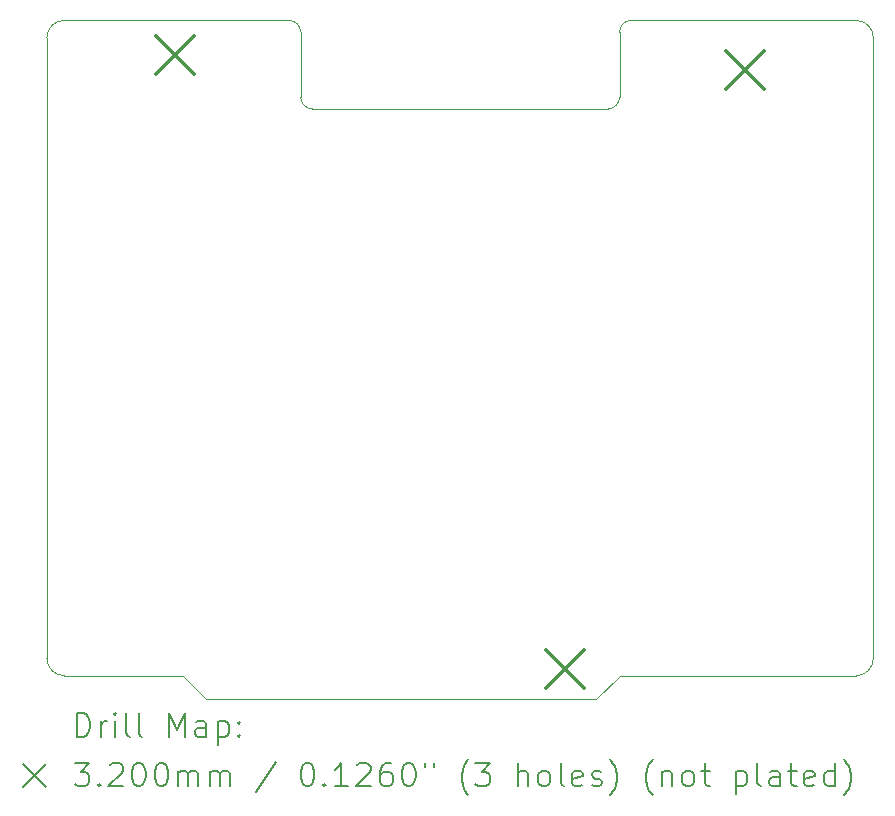
<source format=gbr>
%TF.GenerationSoftware,KiCad,Pcbnew,7.0.11+1*%
%TF.CreationDate,2024-05-20T11:12:56+02:00*%
%TF.ProjectId,pcb_shield,7063625f-7368-4696-956c-642e6b696361,rev?*%
%TF.SameCoordinates,Original*%
%TF.FileFunction,Drillmap*%
%TF.FilePolarity,Positive*%
%FSLAX45Y45*%
G04 Gerber Fmt 4.5, Leading zero omitted, Abs format (unit mm)*
G04 Created by KiCad (PCBNEW 7.0.11+1) date 2024-05-20 11:12:56*
%MOMM*%
%LPD*%
G01*
G04 APERTURE LIST*
%ADD10C,0.100000*%
%ADD11C,0.200000*%
%ADD12C,0.320000*%
G04 APERTURE END LIST*
D10*
X15100000Y-5550000D02*
X17000000Y-5550000D01*
X14800000Y-11300000D02*
X15000000Y-11100000D01*
X10300000Y-5550000D02*
G75*
G03*
X10150000Y-5700000I0J-150000D01*
G01*
X15000000Y-6200000D02*
X15000000Y-5650000D01*
X12300000Y-5650000D02*
G75*
G03*
X12200000Y-5550000I-100000J0D01*
G01*
X10150000Y-10950000D02*
G75*
G03*
X10300000Y-11100000I150000J0D01*
G01*
X15100000Y-5550000D02*
G75*
G03*
X15000000Y-5650000I0J-100000D01*
G01*
X17000000Y-11100000D02*
G75*
G03*
X17150000Y-10950000I0J150000D01*
G01*
X12300000Y-5650000D02*
X12300000Y-6200000D01*
X14900000Y-6300000D02*
G75*
G03*
X15000000Y-6200000I0J100000D01*
G01*
X17150000Y-5700000D02*
X17150000Y-10950000D01*
X11500000Y-11300000D02*
X14800000Y-11300000D01*
X17150000Y-5700000D02*
G75*
G03*
X17000000Y-5550000I-150000J0D01*
G01*
X11300000Y-11100000D02*
X11500000Y-11300000D01*
X12300000Y-6200000D02*
G75*
G03*
X12400000Y-6300000I100000J0D01*
G01*
X10300000Y-5550000D02*
X12200000Y-5550000D01*
X10150000Y-5700000D02*
X10150000Y-10950000D01*
X12400000Y-6300000D02*
X14900000Y-6300000D01*
X10300000Y-11100000D02*
X11300000Y-11100000D01*
X15000000Y-11100000D02*
X17000000Y-11100000D01*
D11*
D12*
X11077000Y-5683000D02*
X11397000Y-6003000D01*
X11397000Y-5683000D02*
X11077000Y-6003000D01*
X14379000Y-10880000D02*
X14699000Y-11200000D01*
X14699000Y-10880000D02*
X14379000Y-11200000D01*
X15903000Y-5810000D02*
X16223000Y-6130000D01*
X16223000Y-5810000D02*
X15903000Y-6130000D01*
D11*
X10405777Y-11616484D02*
X10405777Y-11416484D01*
X10405777Y-11416484D02*
X10453396Y-11416484D01*
X10453396Y-11416484D02*
X10481967Y-11426008D01*
X10481967Y-11426008D02*
X10501015Y-11445055D01*
X10501015Y-11445055D02*
X10510539Y-11464103D01*
X10510539Y-11464103D02*
X10520063Y-11502198D01*
X10520063Y-11502198D02*
X10520063Y-11530769D01*
X10520063Y-11530769D02*
X10510539Y-11568865D01*
X10510539Y-11568865D02*
X10501015Y-11587912D01*
X10501015Y-11587912D02*
X10481967Y-11606960D01*
X10481967Y-11606960D02*
X10453396Y-11616484D01*
X10453396Y-11616484D02*
X10405777Y-11616484D01*
X10605777Y-11616484D02*
X10605777Y-11483150D01*
X10605777Y-11521246D02*
X10615301Y-11502198D01*
X10615301Y-11502198D02*
X10624824Y-11492674D01*
X10624824Y-11492674D02*
X10643872Y-11483150D01*
X10643872Y-11483150D02*
X10662920Y-11483150D01*
X10729586Y-11616484D02*
X10729586Y-11483150D01*
X10729586Y-11416484D02*
X10720063Y-11426008D01*
X10720063Y-11426008D02*
X10729586Y-11435531D01*
X10729586Y-11435531D02*
X10739110Y-11426008D01*
X10739110Y-11426008D02*
X10729586Y-11416484D01*
X10729586Y-11416484D02*
X10729586Y-11435531D01*
X10853396Y-11616484D02*
X10834348Y-11606960D01*
X10834348Y-11606960D02*
X10824824Y-11587912D01*
X10824824Y-11587912D02*
X10824824Y-11416484D01*
X10958158Y-11616484D02*
X10939110Y-11606960D01*
X10939110Y-11606960D02*
X10929586Y-11587912D01*
X10929586Y-11587912D02*
X10929586Y-11416484D01*
X11186729Y-11616484D02*
X11186729Y-11416484D01*
X11186729Y-11416484D02*
X11253396Y-11559341D01*
X11253396Y-11559341D02*
X11320062Y-11416484D01*
X11320062Y-11416484D02*
X11320062Y-11616484D01*
X11501015Y-11616484D02*
X11501015Y-11511722D01*
X11501015Y-11511722D02*
X11491491Y-11492674D01*
X11491491Y-11492674D02*
X11472443Y-11483150D01*
X11472443Y-11483150D02*
X11434348Y-11483150D01*
X11434348Y-11483150D02*
X11415301Y-11492674D01*
X11501015Y-11606960D02*
X11481967Y-11616484D01*
X11481967Y-11616484D02*
X11434348Y-11616484D01*
X11434348Y-11616484D02*
X11415301Y-11606960D01*
X11415301Y-11606960D02*
X11405777Y-11587912D01*
X11405777Y-11587912D02*
X11405777Y-11568865D01*
X11405777Y-11568865D02*
X11415301Y-11549817D01*
X11415301Y-11549817D02*
X11434348Y-11540293D01*
X11434348Y-11540293D02*
X11481967Y-11540293D01*
X11481967Y-11540293D02*
X11501015Y-11530769D01*
X11596253Y-11483150D02*
X11596253Y-11683150D01*
X11596253Y-11492674D02*
X11615301Y-11483150D01*
X11615301Y-11483150D02*
X11653396Y-11483150D01*
X11653396Y-11483150D02*
X11672443Y-11492674D01*
X11672443Y-11492674D02*
X11681967Y-11502198D01*
X11681967Y-11502198D02*
X11691491Y-11521246D01*
X11691491Y-11521246D02*
X11691491Y-11578388D01*
X11691491Y-11578388D02*
X11681967Y-11597436D01*
X11681967Y-11597436D02*
X11672443Y-11606960D01*
X11672443Y-11606960D02*
X11653396Y-11616484D01*
X11653396Y-11616484D02*
X11615301Y-11616484D01*
X11615301Y-11616484D02*
X11596253Y-11606960D01*
X11777205Y-11597436D02*
X11786729Y-11606960D01*
X11786729Y-11606960D02*
X11777205Y-11616484D01*
X11777205Y-11616484D02*
X11767682Y-11606960D01*
X11767682Y-11606960D02*
X11777205Y-11597436D01*
X11777205Y-11597436D02*
X11777205Y-11616484D01*
X11777205Y-11492674D02*
X11786729Y-11502198D01*
X11786729Y-11502198D02*
X11777205Y-11511722D01*
X11777205Y-11511722D02*
X11767682Y-11502198D01*
X11767682Y-11502198D02*
X11777205Y-11492674D01*
X11777205Y-11492674D02*
X11777205Y-11511722D01*
X9945000Y-11845000D02*
X10145000Y-12045000D01*
X10145000Y-11845000D02*
X9945000Y-12045000D01*
X10386729Y-11836484D02*
X10510539Y-11836484D01*
X10510539Y-11836484D02*
X10443872Y-11912674D01*
X10443872Y-11912674D02*
X10472444Y-11912674D01*
X10472444Y-11912674D02*
X10491491Y-11922198D01*
X10491491Y-11922198D02*
X10501015Y-11931722D01*
X10501015Y-11931722D02*
X10510539Y-11950769D01*
X10510539Y-11950769D02*
X10510539Y-11998388D01*
X10510539Y-11998388D02*
X10501015Y-12017436D01*
X10501015Y-12017436D02*
X10491491Y-12026960D01*
X10491491Y-12026960D02*
X10472444Y-12036484D01*
X10472444Y-12036484D02*
X10415301Y-12036484D01*
X10415301Y-12036484D02*
X10396253Y-12026960D01*
X10396253Y-12026960D02*
X10386729Y-12017436D01*
X10596253Y-12017436D02*
X10605777Y-12026960D01*
X10605777Y-12026960D02*
X10596253Y-12036484D01*
X10596253Y-12036484D02*
X10586729Y-12026960D01*
X10586729Y-12026960D02*
X10596253Y-12017436D01*
X10596253Y-12017436D02*
X10596253Y-12036484D01*
X10681967Y-11855531D02*
X10691491Y-11846008D01*
X10691491Y-11846008D02*
X10710539Y-11836484D01*
X10710539Y-11836484D02*
X10758158Y-11836484D01*
X10758158Y-11836484D02*
X10777205Y-11846008D01*
X10777205Y-11846008D02*
X10786729Y-11855531D01*
X10786729Y-11855531D02*
X10796253Y-11874579D01*
X10796253Y-11874579D02*
X10796253Y-11893627D01*
X10796253Y-11893627D02*
X10786729Y-11922198D01*
X10786729Y-11922198D02*
X10672444Y-12036484D01*
X10672444Y-12036484D02*
X10796253Y-12036484D01*
X10920063Y-11836484D02*
X10939110Y-11836484D01*
X10939110Y-11836484D02*
X10958158Y-11846008D01*
X10958158Y-11846008D02*
X10967682Y-11855531D01*
X10967682Y-11855531D02*
X10977205Y-11874579D01*
X10977205Y-11874579D02*
X10986729Y-11912674D01*
X10986729Y-11912674D02*
X10986729Y-11960293D01*
X10986729Y-11960293D02*
X10977205Y-11998388D01*
X10977205Y-11998388D02*
X10967682Y-12017436D01*
X10967682Y-12017436D02*
X10958158Y-12026960D01*
X10958158Y-12026960D02*
X10939110Y-12036484D01*
X10939110Y-12036484D02*
X10920063Y-12036484D01*
X10920063Y-12036484D02*
X10901015Y-12026960D01*
X10901015Y-12026960D02*
X10891491Y-12017436D01*
X10891491Y-12017436D02*
X10881967Y-11998388D01*
X10881967Y-11998388D02*
X10872444Y-11960293D01*
X10872444Y-11960293D02*
X10872444Y-11912674D01*
X10872444Y-11912674D02*
X10881967Y-11874579D01*
X10881967Y-11874579D02*
X10891491Y-11855531D01*
X10891491Y-11855531D02*
X10901015Y-11846008D01*
X10901015Y-11846008D02*
X10920063Y-11836484D01*
X11110539Y-11836484D02*
X11129586Y-11836484D01*
X11129586Y-11836484D02*
X11148634Y-11846008D01*
X11148634Y-11846008D02*
X11158158Y-11855531D01*
X11158158Y-11855531D02*
X11167682Y-11874579D01*
X11167682Y-11874579D02*
X11177205Y-11912674D01*
X11177205Y-11912674D02*
X11177205Y-11960293D01*
X11177205Y-11960293D02*
X11167682Y-11998388D01*
X11167682Y-11998388D02*
X11158158Y-12017436D01*
X11158158Y-12017436D02*
X11148634Y-12026960D01*
X11148634Y-12026960D02*
X11129586Y-12036484D01*
X11129586Y-12036484D02*
X11110539Y-12036484D01*
X11110539Y-12036484D02*
X11091491Y-12026960D01*
X11091491Y-12026960D02*
X11081967Y-12017436D01*
X11081967Y-12017436D02*
X11072444Y-11998388D01*
X11072444Y-11998388D02*
X11062920Y-11960293D01*
X11062920Y-11960293D02*
X11062920Y-11912674D01*
X11062920Y-11912674D02*
X11072444Y-11874579D01*
X11072444Y-11874579D02*
X11081967Y-11855531D01*
X11081967Y-11855531D02*
X11091491Y-11846008D01*
X11091491Y-11846008D02*
X11110539Y-11836484D01*
X11262920Y-12036484D02*
X11262920Y-11903150D01*
X11262920Y-11922198D02*
X11272443Y-11912674D01*
X11272443Y-11912674D02*
X11291491Y-11903150D01*
X11291491Y-11903150D02*
X11320063Y-11903150D01*
X11320063Y-11903150D02*
X11339110Y-11912674D01*
X11339110Y-11912674D02*
X11348634Y-11931722D01*
X11348634Y-11931722D02*
X11348634Y-12036484D01*
X11348634Y-11931722D02*
X11358158Y-11912674D01*
X11358158Y-11912674D02*
X11377205Y-11903150D01*
X11377205Y-11903150D02*
X11405777Y-11903150D01*
X11405777Y-11903150D02*
X11424824Y-11912674D01*
X11424824Y-11912674D02*
X11434348Y-11931722D01*
X11434348Y-11931722D02*
X11434348Y-12036484D01*
X11529586Y-12036484D02*
X11529586Y-11903150D01*
X11529586Y-11922198D02*
X11539110Y-11912674D01*
X11539110Y-11912674D02*
X11558158Y-11903150D01*
X11558158Y-11903150D02*
X11586729Y-11903150D01*
X11586729Y-11903150D02*
X11605777Y-11912674D01*
X11605777Y-11912674D02*
X11615301Y-11931722D01*
X11615301Y-11931722D02*
X11615301Y-12036484D01*
X11615301Y-11931722D02*
X11624824Y-11912674D01*
X11624824Y-11912674D02*
X11643872Y-11903150D01*
X11643872Y-11903150D02*
X11672443Y-11903150D01*
X11672443Y-11903150D02*
X11691491Y-11912674D01*
X11691491Y-11912674D02*
X11701015Y-11931722D01*
X11701015Y-11931722D02*
X11701015Y-12036484D01*
X12091491Y-11826960D02*
X11920063Y-12084103D01*
X12348634Y-11836484D02*
X12367682Y-11836484D01*
X12367682Y-11836484D02*
X12386729Y-11846008D01*
X12386729Y-11846008D02*
X12396253Y-11855531D01*
X12396253Y-11855531D02*
X12405777Y-11874579D01*
X12405777Y-11874579D02*
X12415301Y-11912674D01*
X12415301Y-11912674D02*
X12415301Y-11960293D01*
X12415301Y-11960293D02*
X12405777Y-11998388D01*
X12405777Y-11998388D02*
X12396253Y-12017436D01*
X12396253Y-12017436D02*
X12386729Y-12026960D01*
X12386729Y-12026960D02*
X12367682Y-12036484D01*
X12367682Y-12036484D02*
X12348634Y-12036484D01*
X12348634Y-12036484D02*
X12329586Y-12026960D01*
X12329586Y-12026960D02*
X12320063Y-12017436D01*
X12320063Y-12017436D02*
X12310539Y-11998388D01*
X12310539Y-11998388D02*
X12301015Y-11960293D01*
X12301015Y-11960293D02*
X12301015Y-11912674D01*
X12301015Y-11912674D02*
X12310539Y-11874579D01*
X12310539Y-11874579D02*
X12320063Y-11855531D01*
X12320063Y-11855531D02*
X12329586Y-11846008D01*
X12329586Y-11846008D02*
X12348634Y-11836484D01*
X12501015Y-12017436D02*
X12510539Y-12026960D01*
X12510539Y-12026960D02*
X12501015Y-12036484D01*
X12501015Y-12036484D02*
X12491491Y-12026960D01*
X12491491Y-12026960D02*
X12501015Y-12017436D01*
X12501015Y-12017436D02*
X12501015Y-12036484D01*
X12701015Y-12036484D02*
X12586729Y-12036484D01*
X12643872Y-12036484D02*
X12643872Y-11836484D01*
X12643872Y-11836484D02*
X12624825Y-11865055D01*
X12624825Y-11865055D02*
X12605777Y-11884103D01*
X12605777Y-11884103D02*
X12586729Y-11893627D01*
X12777206Y-11855531D02*
X12786729Y-11846008D01*
X12786729Y-11846008D02*
X12805777Y-11836484D01*
X12805777Y-11836484D02*
X12853396Y-11836484D01*
X12853396Y-11836484D02*
X12872444Y-11846008D01*
X12872444Y-11846008D02*
X12881967Y-11855531D01*
X12881967Y-11855531D02*
X12891491Y-11874579D01*
X12891491Y-11874579D02*
X12891491Y-11893627D01*
X12891491Y-11893627D02*
X12881967Y-11922198D01*
X12881967Y-11922198D02*
X12767682Y-12036484D01*
X12767682Y-12036484D02*
X12891491Y-12036484D01*
X13062920Y-11836484D02*
X13024825Y-11836484D01*
X13024825Y-11836484D02*
X13005777Y-11846008D01*
X13005777Y-11846008D02*
X12996253Y-11855531D01*
X12996253Y-11855531D02*
X12977206Y-11884103D01*
X12977206Y-11884103D02*
X12967682Y-11922198D01*
X12967682Y-11922198D02*
X12967682Y-11998388D01*
X12967682Y-11998388D02*
X12977206Y-12017436D01*
X12977206Y-12017436D02*
X12986729Y-12026960D01*
X12986729Y-12026960D02*
X13005777Y-12036484D01*
X13005777Y-12036484D02*
X13043872Y-12036484D01*
X13043872Y-12036484D02*
X13062920Y-12026960D01*
X13062920Y-12026960D02*
X13072444Y-12017436D01*
X13072444Y-12017436D02*
X13081967Y-11998388D01*
X13081967Y-11998388D02*
X13081967Y-11950769D01*
X13081967Y-11950769D02*
X13072444Y-11931722D01*
X13072444Y-11931722D02*
X13062920Y-11922198D01*
X13062920Y-11922198D02*
X13043872Y-11912674D01*
X13043872Y-11912674D02*
X13005777Y-11912674D01*
X13005777Y-11912674D02*
X12986729Y-11922198D01*
X12986729Y-11922198D02*
X12977206Y-11931722D01*
X12977206Y-11931722D02*
X12967682Y-11950769D01*
X13205777Y-11836484D02*
X13224825Y-11836484D01*
X13224825Y-11836484D02*
X13243872Y-11846008D01*
X13243872Y-11846008D02*
X13253396Y-11855531D01*
X13253396Y-11855531D02*
X13262920Y-11874579D01*
X13262920Y-11874579D02*
X13272444Y-11912674D01*
X13272444Y-11912674D02*
X13272444Y-11960293D01*
X13272444Y-11960293D02*
X13262920Y-11998388D01*
X13262920Y-11998388D02*
X13253396Y-12017436D01*
X13253396Y-12017436D02*
X13243872Y-12026960D01*
X13243872Y-12026960D02*
X13224825Y-12036484D01*
X13224825Y-12036484D02*
X13205777Y-12036484D01*
X13205777Y-12036484D02*
X13186729Y-12026960D01*
X13186729Y-12026960D02*
X13177206Y-12017436D01*
X13177206Y-12017436D02*
X13167682Y-11998388D01*
X13167682Y-11998388D02*
X13158158Y-11960293D01*
X13158158Y-11960293D02*
X13158158Y-11912674D01*
X13158158Y-11912674D02*
X13167682Y-11874579D01*
X13167682Y-11874579D02*
X13177206Y-11855531D01*
X13177206Y-11855531D02*
X13186729Y-11846008D01*
X13186729Y-11846008D02*
X13205777Y-11836484D01*
X13348634Y-11836484D02*
X13348634Y-11874579D01*
X13424825Y-11836484D02*
X13424825Y-11874579D01*
X13720063Y-12112674D02*
X13710539Y-12103150D01*
X13710539Y-12103150D02*
X13691491Y-12074579D01*
X13691491Y-12074579D02*
X13681968Y-12055531D01*
X13681968Y-12055531D02*
X13672444Y-12026960D01*
X13672444Y-12026960D02*
X13662920Y-11979341D01*
X13662920Y-11979341D02*
X13662920Y-11941246D01*
X13662920Y-11941246D02*
X13672444Y-11893627D01*
X13672444Y-11893627D02*
X13681968Y-11865055D01*
X13681968Y-11865055D02*
X13691491Y-11846008D01*
X13691491Y-11846008D02*
X13710539Y-11817436D01*
X13710539Y-11817436D02*
X13720063Y-11807912D01*
X13777206Y-11836484D02*
X13901015Y-11836484D01*
X13901015Y-11836484D02*
X13834348Y-11912674D01*
X13834348Y-11912674D02*
X13862920Y-11912674D01*
X13862920Y-11912674D02*
X13881968Y-11922198D01*
X13881968Y-11922198D02*
X13891491Y-11931722D01*
X13891491Y-11931722D02*
X13901015Y-11950769D01*
X13901015Y-11950769D02*
X13901015Y-11998388D01*
X13901015Y-11998388D02*
X13891491Y-12017436D01*
X13891491Y-12017436D02*
X13881968Y-12026960D01*
X13881968Y-12026960D02*
X13862920Y-12036484D01*
X13862920Y-12036484D02*
X13805777Y-12036484D01*
X13805777Y-12036484D02*
X13786729Y-12026960D01*
X13786729Y-12026960D02*
X13777206Y-12017436D01*
X14139110Y-12036484D02*
X14139110Y-11836484D01*
X14224825Y-12036484D02*
X14224825Y-11931722D01*
X14224825Y-11931722D02*
X14215301Y-11912674D01*
X14215301Y-11912674D02*
X14196253Y-11903150D01*
X14196253Y-11903150D02*
X14167682Y-11903150D01*
X14167682Y-11903150D02*
X14148634Y-11912674D01*
X14148634Y-11912674D02*
X14139110Y-11922198D01*
X14348634Y-12036484D02*
X14329587Y-12026960D01*
X14329587Y-12026960D02*
X14320063Y-12017436D01*
X14320063Y-12017436D02*
X14310539Y-11998388D01*
X14310539Y-11998388D02*
X14310539Y-11941246D01*
X14310539Y-11941246D02*
X14320063Y-11922198D01*
X14320063Y-11922198D02*
X14329587Y-11912674D01*
X14329587Y-11912674D02*
X14348634Y-11903150D01*
X14348634Y-11903150D02*
X14377206Y-11903150D01*
X14377206Y-11903150D02*
X14396253Y-11912674D01*
X14396253Y-11912674D02*
X14405777Y-11922198D01*
X14405777Y-11922198D02*
X14415301Y-11941246D01*
X14415301Y-11941246D02*
X14415301Y-11998388D01*
X14415301Y-11998388D02*
X14405777Y-12017436D01*
X14405777Y-12017436D02*
X14396253Y-12026960D01*
X14396253Y-12026960D02*
X14377206Y-12036484D01*
X14377206Y-12036484D02*
X14348634Y-12036484D01*
X14529587Y-12036484D02*
X14510539Y-12026960D01*
X14510539Y-12026960D02*
X14501015Y-12007912D01*
X14501015Y-12007912D02*
X14501015Y-11836484D01*
X14681968Y-12026960D02*
X14662920Y-12036484D01*
X14662920Y-12036484D02*
X14624825Y-12036484D01*
X14624825Y-12036484D02*
X14605777Y-12026960D01*
X14605777Y-12026960D02*
X14596253Y-12007912D01*
X14596253Y-12007912D02*
X14596253Y-11931722D01*
X14596253Y-11931722D02*
X14605777Y-11912674D01*
X14605777Y-11912674D02*
X14624825Y-11903150D01*
X14624825Y-11903150D02*
X14662920Y-11903150D01*
X14662920Y-11903150D02*
X14681968Y-11912674D01*
X14681968Y-11912674D02*
X14691491Y-11931722D01*
X14691491Y-11931722D02*
X14691491Y-11950769D01*
X14691491Y-11950769D02*
X14596253Y-11969817D01*
X14767682Y-12026960D02*
X14786730Y-12036484D01*
X14786730Y-12036484D02*
X14824825Y-12036484D01*
X14824825Y-12036484D02*
X14843872Y-12026960D01*
X14843872Y-12026960D02*
X14853396Y-12007912D01*
X14853396Y-12007912D02*
X14853396Y-11998388D01*
X14853396Y-11998388D02*
X14843872Y-11979341D01*
X14843872Y-11979341D02*
X14824825Y-11969817D01*
X14824825Y-11969817D02*
X14796253Y-11969817D01*
X14796253Y-11969817D02*
X14777206Y-11960293D01*
X14777206Y-11960293D02*
X14767682Y-11941246D01*
X14767682Y-11941246D02*
X14767682Y-11931722D01*
X14767682Y-11931722D02*
X14777206Y-11912674D01*
X14777206Y-11912674D02*
X14796253Y-11903150D01*
X14796253Y-11903150D02*
X14824825Y-11903150D01*
X14824825Y-11903150D02*
X14843872Y-11912674D01*
X14920063Y-12112674D02*
X14929587Y-12103150D01*
X14929587Y-12103150D02*
X14948634Y-12074579D01*
X14948634Y-12074579D02*
X14958158Y-12055531D01*
X14958158Y-12055531D02*
X14967682Y-12026960D01*
X14967682Y-12026960D02*
X14977206Y-11979341D01*
X14977206Y-11979341D02*
X14977206Y-11941246D01*
X14977206Y-11941246D02*
X14967682Y-11893627D01*
X14967682Y-11893627D02*
X14958158Y-11865055D01*
X14958158Y-11865055D02*
X14948634Y-11846008D01*
X14948634Y-11846008D02*
X14929587Y-11817436D01*
X14929587Y-11817436D02*
X14920063Y-11807912D01*
X15281968Y-12112674D02*
X15272444Y-12103150D01*
X15272444Y-12103150D02*
X15253396Y-12074579D01*
X15253396Y-12074579D02*
X15243872Y-12055531D01*
X15243872Y-12055531D02*
X15234349Y-12026960D01*
X15234349Y-12026960D02*
X15224825Y-11979341D01*
X15224825Y-11979341D02*
X15224825Y-11941246D01*
X15224825Y-11941246D02*
X15234349Y-11893627D01*
X15234349Y-11893627D02*
X15243872Y-11865055D01*
X15243872Y-11865055D02*
X15253396Y-11846008D01*
X15253396Y-11846008D02*
X15272444Y-11817436D01*
X15272444Y-11817436D02*
X15281968Y-11807912D01*
X15358158Y-11903150D02*
X15358158Y-12036484D01*
X15358158Y-11922198D02*
X15367682Y-11912674D01*
X15367682Y-11912674D02*
X15386730Y-11903150D01*
X15386730Y-11903150D02*
X15415301Y-11903150D01*
X15415301Y-11903150D02*
X15434349Y-11912674D01*
X15434349Y-11912674D02*
X15443872Y-11931722D01*
X15443872Y-11931722D02*
X15443872Y-12036484D01*
X15567682Y-12036484D02*
X15548634Y-12026960D01*
X15548634Y-12026960D02*
X15539111Y-12017436D01*
X15539111Y-12017436D02*
X15529587Y-11998388D01*
X15529587Y-11998388D02*
X15529587Y-11941246D01*
X15529587Y-11941246D02*
X15539111Y-11922198D01*
X15539111Y-11922198D02*
X15548634Y-11912674D01*
X15548634Y-11912674D02*
X15567682Y-11903150D01*
X15567682Y-11903150D02*
X15596253Y-11903150D01*
X15596253Y-11903150D02*
X15615301Y-11912674D01*
X15615301Y-11912674D02*
X15624825Y-11922198D01*
X15624825Y-11922198D02*
X15634349Y-11941246D01*
X15634349Y-11941246D02*
X15634349Y-11998388D01*
X15634349Y-11998388D02*
X15624825Y-12017436D01*
X15624825Y-12017436D02*
X15615301Y-12026960D01*
X15615301Y-12026960D02*
X15596253Y-12036484D01*
X15596253Y-12036484D02*
X15567682Y-12036484D01*
X15691492Y-11903150D02*
X15767682Y-11903150D01*
X15720063Y-11836484D02*
X15720063Y-12007912D01*
X15720063Y-12007912D02*
X15729587Y-12026960D01*
X15729587Y-12026960D02*
X15748634Y-12036484D01*
X15748634Y-12036484D02*
X15767682Y-12036484D01*
X15986730Y-11903150D02*
X15986730Y-12103150D01*
X15986730Y-11912674D02*
X16005777Y-11903150D01*
X16005777Y-11903150D02*
X16043873Y-11903150D01*
X16043873Y-11903150D02*
X16062920Y-11912674D01*
X16062920Y-11912674D02*
X16072444Y-11922198D01*
X16072444Y-11922198D02*
X16081968Y-11941246D01*
X16081968Y-11941246D02*
X16081968Y-11998388D01*
X16081968Y-11998388D02*
X16072444Y-12017436D01*
X16072444Y-12017436D02*
X16062920Y-12026960D01*
X16062920Y-12026960D02*
X16043873Y-12036484D01*
X16043873Y-12036484D02*
X16005777Y-12036484D01*
X16005777Y-12036484D02*
X15986730Y-12026960D01*
X16196253Y-12036484D02*
X16177206Y-12026960D01*
X16177206Y-12026960D02*
X16167682Y-12007912D01*
X16167682Y-12007912D02*
X16167682Y-11836484D01*
X16358158Y-12036484D02*
X16358158Y-11931722D01*
X16358158Y-11931722D02*
X16348634Y-11912674D01*
X16348634Y-11912674D02*
X16329587Y-11903150D01*
X16329587Y-11903150D02*
X16291492Y-11903150D01*
X16291492Y-11903150D02*
X16272444Y-11912674D01*
X16358158Y-12026960D02*
X16339111Y-12036484D01*
X16339111Y-12036484D02*
X16291492Y-12036484D01*
X16291492Y-12036484D02*
X16272444Y-12026960D01*
X16272444Y-12026960D02*
X16262920Y-12007912D01*
X16262920Y-12007912D02*
X16262920Y-11988865D01*
X16262920Y-11988865D02*
X16272444Y-11969817D01*
X16272444Y-11969817D02*
X16291492Y-11960293D01*
X16291492Y-11960293D02*
X16339111Y-11960293D01*
X16339111Y-11960293D02*
X16358158Y-11950769D01*
X16424825Y-11903150D02*
X16501015Y-11903150D01*
X16453396Y-11836484D02*
X16453396Y-12007912D01*
X16453396Y-12007912D02*
X16462920Y-12026960D01*
X16462920Y-12026960D02*
X16481968Y-12036484D01*
X16481968Y-12036484D02*
X16501015Y-12036484D01*
X16643873Y-12026960D02*
X16624825Y-12036484D01*
X16624825Y-12036484D02*
X16586730Y-12036484D01*
X16586730Y-12036484D02*
X16567682Y-12026960D01*
X16567682Y-12026960D02*
X16558158Y-12007912D01*
X16558158Y-12007912D02*
X16558158Y-11931722D01*
X16558158Y-11931722D02*
X16567682Y-11912674D01*
X16567682Y-11912674D02*
X16586730Y-11903150D01*
X16586730Y-11903150D02*
X16624825Y-11903150D01*
X16624825Y-11903150D02*
X16643873Y-11912674D01*
X16643873Y-11912674D02*
X16653396Y-11931722D01*
X16653396Y-11931722D02*
X16653396Y-11950769D01*
X16653396Y-11950769D02*
X16558158Y-11969817D01*
X16824825Y-12036484D02*
X16824825Y-11836484D01*
X16824825Y-12026960D02*
X16805777Y-12036484D01*
X16805777Y-12036484D02*
X16767682Y-12036484D01*
X16767682Y-12036484D02*
X16748634Y-12026960D01*
X16748634Y-12026960D02*
X16739111Y-12017436D01*
X16739111Y-12017436D02*
X16729587Y-11998388D01*
X16729587Y-11998388D02*
X16729587Y-11941246D01*
X16729587Y-11941246D02*
X16739111Y-11922198D01*
X16739111Y-11922198D02*
X16748634Y-11912674D01*
X16748634Y-11912674D02*
X16767682Y-11903150D01*
X16767682Y-11903150D02*
X16805777Y-11903150D01*
X16805777Y-11903150D02*
X16824825Y-11912674D01*
X16901016Y-12112674D02*
X16910539Y-12103150D01*
X16910539Y-12103150D02*
X16929587Y-12074579D01*
X16929587Y-12074579D02*
X16939111Y-12055531D01*
X16939111Y-12055531D02*
X16948635Y-12026960D01*
X16948635Y-12026960D02*
X16958158Y-11979341D01*
X16958158Y-11979341D02*
X16958158Y-11941246D01*
X16958158Y-11941246D02*
X16948635Y-11893627D01*
X16948635Y-11893627D02*
X16939111Y-11865055D01*
X16939111Y-11865055D02*
X16929587Y-11846008D01*
X16929587Y-11846008D02*
X16910539Y-11817436D01*
X16910539Y-11817436D02*
X16901016Y-11807912D01*
M02*

</source>
